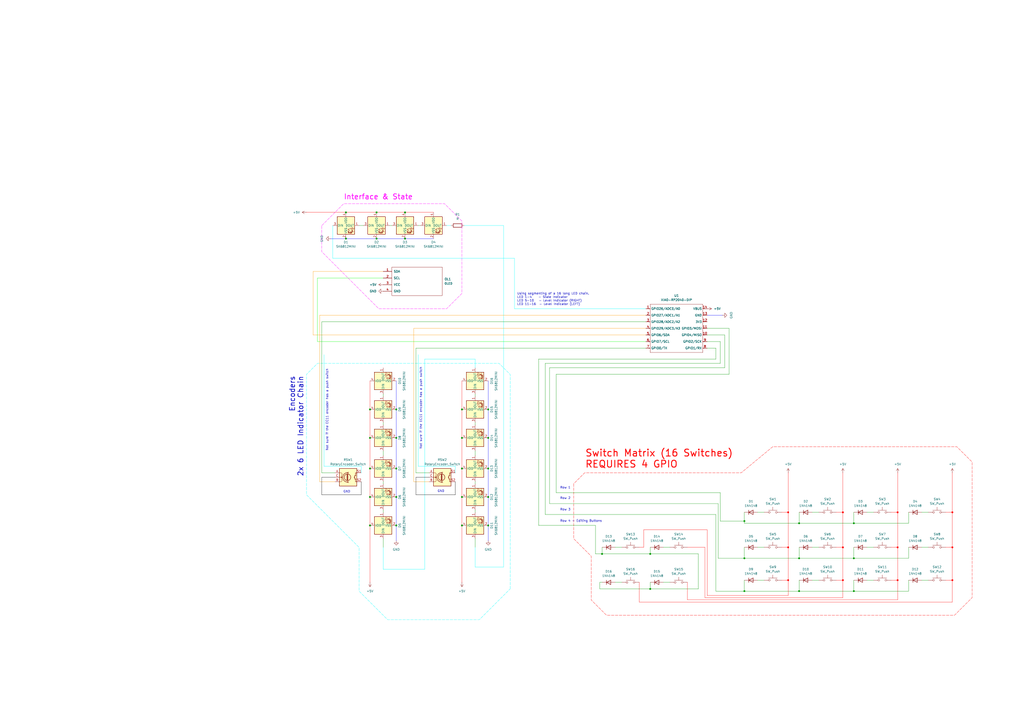
<source format=kicad_sch>
(kicad_sch (version 20250114) (generator "eeschema") (generator_version "9.0")
  (paper "A2")
  (title_block (title "HACKPAD - BRICK") (date "2025-12-01") (company "I.R.I.S - R&D") (comment 1 "Created by Niko Angelo"))
  (lib_symbols
    (symbol "Device:R" (pin_numbers (hide yes)) (pin_names (offset 0))
      (property "Reference" "R" (at 2.032 0 90))
      (property "Value" "R" (at 0 0 90))
      (symbol "R_1_1"
        (pin passive line (at 0 3.81 270) (length 1.27) (name "~") (number "1"))
        (pin passive line (at 0 -3.81 90) (length 1.27) (name "~") (number "2"))
      )
    )
    (symbol "Device:RotaryEncoder_Switch" (pin_names (offset 0.254) (hide yes))
      (property "Reference" "SW" (at 0 6.604 0))
      (property "Value" "RotaryEncoder_Switch" (at 0 -6.604 0))
      (symbol "RotaryEncoder_Switch_1_1"
        (pin passive line (at -7.62 2.54 0) (length 2.54) (name "A") (number "A"))
        (pin passive line (at -7.62 0 0) (length 2.54) (name "C") (number "C"))
        (pin passive line (at -7.62 -2.54 0) (length 2.54) (name "B") (number "B"))
        (pin passive line (at 7.62 2.54 180) (length 2.54) (name "S1") (number "S1"))
        (pin passive line (at 7.62 -2.54 180) (length 2.54) (name "S2") (number "S2"))
      )
    )
    (symbol "Diode:1N4148" (pin_numbers (hide yes)) (pin_names (hide yes))
      (property "Reference" "D" (at 0 2.54 0))
      (property "Value" "1N4148" (at 0 -2.54 0))
      (symbol "1N4148_1_1"
        (pin passive line (at -3.81 0 0) (length 2.54) (name "K") (number "1"))
        (pin passive line (at 3.81 0 180) (length 2.54) (name "A") (number "2"))
      )
    )
    (symbol "LED:SK6812MINI" (pin_names (offset 0.254))
      (property "Reference" "D" (at 5.08 5.715 0))
      (property "Value" "SK6812MINI" (at 1.27 -5.715 0))
      (symbol "SK6812MINI_0_0"
        (text "RGB" (at 2.286 -4.191 0) (effects (font (size 0.762 0.762))))
      )
      (symbol "SK6812MINI_1_1"
        (pin input line (at -7.62 0 0) (length 2.54) (name "DIN") (number "3"))
        (pin power_in line (at 0 7.62 270) (length 2.54) (name "VDD") (number "4"))
        (pin power_in line (at 0 -7.62 90) (length 2.54) (name "VSS") (number "2"))
        (pin output line (at 7.62 0 180) (length 2.54) (name "DOUT") (number "1"))
      )
    )
    (symbol "Seeed OPL:XIAO-RP2040-DIP"
      (property "Reference" "U" (at 0 0 0))
      (property "Value" "XIAO-RP2040-DIP" (at 5.334 -1.778 0))
      (symbol "XIAO-RP2040-DIP_1_0"
        (pin passive line (at -3.81 -5.08 0) (length 2.54) (name "GPIO26/ADC0/A0") (number "1"))
        (pin passive line (at -3.81 -8.89 0) (length 2.54) (name "GPIO27/ADC1/A1") (number "2"))
        (pin passive line (at -3.81 -12.7 0) (length 2.54) (name "GPIO28/ADC2/A2") (number "3"))
        (pin passive line (at -3.81 -16.51 0) (length 2.54) (name "GPIO29/ADC3/A3") (number "4"))
        (pin passive line (at -3.81 -20.32 0) (length 2.54) (name "GPIO6/SDA") (number "5"))
        (pin passive line (at -3.81 -24.13 0) (length 2.54) (name "GPIO7/SCL") (number "6"))
        (pin passive line (at -3.81 -27.94 0) (length 2.54) (name "GPIO0/TX") (number "7"))
        (pin passive line (at 31.75 -5.08 180) (length 2.54) (name "VBUS") (number "14"))
        (pin passive line (at 31.75 -8.89 180) (length 2.54) (name "GND") (number "13"))
        (pin passive line (at 31.75 -12.7 180) (length 2.54) (name "3V3") (number "12"))
        (pin passive line (at 31.75 -16.51 180) (length 2.54) (name "GPIO3/MOSI") (number "11"))
        (pin passive line (at 31.75 -20.32 180) (length 2.54) (name "GPIO4/MISO") (number "10"))
        (pin passive line (at 31.75 -24.13 180) (length 2.54) (name "GPIO2/SCK") (number "9"))
        (pin passive line (at 31.75 -27.94 180) (length 2.54) (name "GPIO1/RX") (number "8"))
      )
    )
    (symbol "Switch:SW_Push" (pin_numbers (hide yes)) (pin_names (offset 1.016) (hide yes))
      (property "Reference" "SW" (at 1.27 2.54 0))
      (property "Value" "SW_Push" (at 0 -1.524 0))
      (symbol "SW_Push_0_1"
        (pin passive line (at -5.08 0 0) (length 2.54) (name "1") (number "1"))
        (pin passive line (at 5.08 0 180) (length 2.54) (name "2") (number "2"))
      )
    )
    (symbol "kbd:OLED" (pin_names (offset 1.016))
      (property "Reference" "OL" (at 0 2.54 0))
      (property "Value" "OLED" (at 0 -1.27 0))
      (symbol "OLED_1_1"
        (pin bidirectional line (at -19.05 6.35 0) (length 5.08) (name "SDA") (number "1"))
        (pin bidirectional line (at -19.05 2.54 0) (length 5.08) (name "SCL") (number "2"))
        (pin power_in line (at -19.05 -1.27 0) (length 5.08) (name "VCC") (number "3"))
        (pin power_in line (at -19.05 -5.08 0) (length 5.08) (name "GND") (number "4"))
      )
    )
    (symbol "power:+5V" (power) (pin_numbers (hide yes)) (pin_names (offset 0) (hide yes))
      (property "Value" "+5V" (at 0 3.556 0))
      (symbol "+5V_1_1"
        (pin power_in line (at 0 0 90) (length 0) (name "~") (number "1"))
      )
    )
    (symbol "power:GND" (power) (pin_numbers (hide yes)) (pin_names (offset 0) (hide yes))
      (property "Value" "GND" (at 0 -3.81 0))
      (symbol "GND_1_1"
        (pin power_in line (at 0 0 270) (length 0) (name "~") (number "1"))
      )
    )
  )
  (text "Row 1" (at 324.866 282.956 0) (effects (font (size 1.27 1.27)) (justify left)))
  (text "GND" (at 201.168 285.242 0) (effects (font (size 1.27 1.27))))
  (text "Row 3" (at 324.866 295.656 0) (effects (font (size 1.27 1.27)) (justify left)))
  (text "Row 2" (at 324.866 289.052 0) (effects (font (size 1.27 1.27)) (justify left)))
  (text "Not sure if the EC11 encoder has a push switch" (at 189.738 237.744 90) (effects (font (size 1.27 1.27))))
  (text "Row 4 - Editing Buttons" (at 324.866 302.26 0) (effects (font (size 1.27 1.27)) (justify left)))
  (text "Encoders\n2x 6 LED Indicator Chain" (at 171.958 218.186 90) (effects (font (size 3 3) (thickness 0.375)) (justify right)))
  (text "Using segmenting of a 16 long LED chain.\nLED 1-4    - State Indicator\nLED 5-10   - Level Indicator (RIGHT)\nLED 11-16  - Level Indicator (LEFT)" (at 299.974 173.482 0) (effects (font (size 1.27 1.27)) (justify left)))
  (text "GND" (at 255.778 284.988 0) (effects (font (size 1.27 1.27))))
  (text "Switch Matrix (16 Switches)\nREQUIRES 4 GPIO" (at 339.344 266.192 0) (effects (font (size 4 4) (thickness 0.5)) (justify left)))
  (text "Not sure if the EC11 encoder has a push switch" (at 244.094 236.728 90) (effects (font (size 1.27 1.27))))
  (text "Interface & State" (at 219.456 114.3 0) (effects (font (size 3 3) (thickness 0.375))))
  (junction (at 229.87 288.29))
  (junction (at 267.97 271.78))
  (junction (at 283.21 304.8))
  (junction (at 495.3 303.53))
  (junction (at 283.21 237.49))
  (junction (at 457.2 317.5) (color 255 0 0 1))
  (junction (at 488.95 317.5) (color 255 0 0 1))
  (junction (at 218.44 138.43))
  (junction (at 214.63 254))
  (junction (at 200.66 138.43))
  (junction (at 214.63 237.49))
  (junction (at 431.8 302.26))
  (junction (at 214.63 304.8))
  (junction (at 267.97 254))
  (junction (at 229.87 237.49))
  (junction (at 488.95 336.55) (color 255 0 0 1))
  (junction (at 495.3 342.9))
  (junction (at 377.19 321.31))
  (junction (at 214.63 288.29))
  (junction (at 520.7 317.5) (color 255 0 0 1))
  (junction (at 229.87 304.8))
  (junction (at 229.87 271.78))
  (junction (at 214.63 271.78))
  (junction (at 349.25 321.31))
  (junction (at 457.2 336.55) (color 255 0 0 1))
  (junction (at 200.66 123.19))
  (junction (at 267.97 304.8))
  (junction (at 283.21 288.29))
  (junction (at 463.55 303.53))
  (junction (at 283.21 271.78))
  (junction (at 283.21 254))
  (junction (at 234.95 138.43))
  (junction (at 431.8 342.9))
  (junction (at 520.7 297.18) (color 255 0 0 1))
  (junction (at 377.19 341.63))
  (junction (at 463.55 323.85))
  (junction (at 234.95 123.19))
  (junction (at 552.45 297.18) (color 255 0 0 1))
  (junction (at 267.97 288.29))
  (junction (at 495.3 323.85))
  (junction (at 552.45 317.5) (color 255 0 0 1))
  (junction (at 488.95 297.18) (color 255 0 0 1))
  (junction (at 267.97 237.49))
  (junction (at 463.55 342.9))
  (junction (at 552.45 336.55) (color 255 0 0 1))
  (junction (at 218.44 123.19))
  (junction (at 520.7 336.55) (color 255 0 0 1))
  (junction (at 431.8 323.85))
  (junction (at 229.87 254))
  (junction (at 457.2 297.18) (color 255 0 0 1))
  (wire (pts (xy 292.1 130.81) (xy 292.1 328.93)) (stroke (width 0) (color 0 255 255 1)))
  (wire (pts (xy 457.2 345.44) (xy 457.2 336.55)) (stroke (width 0) (color 255 0 0 1)))
  (wire (pts (xy 548.64 297.18) (xy 552.45 297.18)) (stroke (width 0) (color 255 0 0 1)))
  (wire (pts (xy 373.38 307.34) (xy 410.21 307.34)) (stroke (width 0) (color 255 0 0 1)))
  (wire (pts (xy 218.44 138.43) (xy 234.95 138.43)) (stroke (width 0) (color 0 0 255 1)))
  (wire (pts (xy 209.55 279.4) (xy 209.55 287.02)) (stroke (width 0) (color 0 0 0 1)))
  (wire (pts (xy 431.8 342.9) (xy 415.29 342.9)))
  (wire (pts (xy 410.21 307.34) (xy 410.21 345.44)) (stroke (width 0) (color 255 0 0 1)))
  (wire (pts (xy 345.44 321.31) (xy 349.25 321.31)))
  (wire (pts (xy 275.59 317.5) (xy 275.59 312.42)))
  (wire (pts (xy 439.42 297.18) (xy 443.23 297.18)))
  (wire (pts (xy 457.2 274.32) (xy 457.2 297.18)) (stroke (width 0) (color 255 0 0 1)))
  (wire (pts (xy 502.92 317.5) (xy 506.73 317.5)))
  (wire (pts (xy 457.2 317.5) (xy 457.2 336.55)) (stroke (width 0) (color 255 0 0 1)))
  (wire (pts (xy 347.98 341.63) (xy 377.19 341.63)))
  (wire (pts (xy 552.45 317.5) (xy 552.45 336.55)) (stroke (width 0) (color 255 0 0 1)))
  (wire (pts (xy 316.23 210.82) (xy 417.83 210.82)))
  (wire (pts (xy 345.44 321.31) (xy 345.44 304.8)))
  (wire (pts (xy 471.17 317.5) (xy 474.98 317.5)))
  (wire (pts (xy 356.87 337.82) (xy 360.68 337.82)))
  (wire (pts (xy 229.87 271.78) (xy 229.87 254)) (stroke (width 0) (color 0 0 255 1)))
  (wire (pts (xy 240.03 190.5) (xy 240.03 279.4)) (stroke (width 0) (color 255 153 0 1)))
  (wire (pts (xy 200.66 123.19) (xy 218.44 123.19)) (stroke (width 0) (color 255 0 0 1)))
  (wire (pts (xy 298.45 149.86) (xy 298.45 179.07)) (stroke (width 0) (color 0 255 255 1)))
  (wire (pts (xy 516.89 336.55) (xy 520.7 336.55)) (stroke (width 0) (color 255 0 0 1)))
  (wire (pts (xy 398.78 317.5) (xy 408.94 317.5)) (stroke (width 0) (color 255 0 0 1)))
  (wire (pts (xy 218.44 123.19) (xy 234.95 123.19)) (stroke (width 0) (color 255 0 0 1)))
  (wire (pts (xy 177.8 123.19) (xy 200.66 123.19)) (stroke (width 0) (color 255 0 0 1)))
  (wire (pts (xy 405.13 341.63) (xy 377.19 341.63)))
  (wire (pts (xy 264.16 287.02) (xy 241.3 287.02)) (stroke (width 0) (color 0 0 0 1)))
  (wire (pts (xy 186.69 287.02) (xy 186.69 276.86)) (stroke (width 0) (color 0 0 0 1)))
  (wire (pts (xy 318.77 292.1) (xy 318.77 213.36)))
  (wire (pts (xy 520.7 347.98) (xy 520.7 336.55)) (stroke (width 0) (color 255 0 0 1)))
  (wire (pts (xy 495.3 317.5) (xy 495.3 323.85)))
  (wire (pts (xy 527.05 336.55) (xy 527.05 342.9)))
  (wire (pts (xy 234.95 123.19) (xy 234.95 123.777)))
  (wire (pts (xy 214.63 288.29) (xy 214.63 271.78)) (stroke (width 0) (color 255 0 0 1)))
  (wire (pts (xy 485.14 336.55) (xy 488.95 336.55)) (stroke (width 0) (color 255 0 0 1)))
  (wire (pts (xy 408.94 346.71) (xy 488.95 346.71)) (stroke (width 0) (color 255 0 0 1)))
  (wire (pts (xy 222.25 317.5) (xy 222.25 330.2)) (stroke (width 0) (color 0 255 255 1)))
  (wire (pts (xy 222.25 157.48) (xy 181.61 157.48)) (stroke (width 0) (color 255 153 0 1)))
  (wire (pts (xy 534.67 297.18) (xy 538.48 297.18)))
  (wire (pts (xy 209.55 274.32) (xy 209.55 270.51)) (stroke (width 0) (color 0 255 255 1)))
  (wire (pts (xy 552.45 274.32) (xy 552.45 297.18)) (stroke (width 0) (color 255 0 0 1)))
  (wire (pts (xy 186.69 186.69) (xy 374.65 186.69)))
  (wire (pts (xy 222.25 246.38) (xy 222.25 245.11)))
  (wire (pts (xy 283.21 271.78) (xy 283.21 254)) (stroke (width 0) (color 0 0 255 1)))
  (wire (pts (xy 275.59 208.28) (xy 246.38 208.28)) (stroke (width 0) (color 0 255 255 1)))
  (wire (pts (xy 185.42 182.88) (xy 374.65 182.88)) (stroke (width 0) (color 255 153 0 1)))
  (wire (pts (xy 488.95 297.18) (xy 488.95 317.5)) (stroke (width 0) (color 255 0 0 1)))
  (wire (pts (xy 267.97 237.49) (xy 268.557 237.49)))
  (wire (pts (xy 422.91 190.5) (xy 410.21 190.5)))
  (wire (pts (xy 463.55 317.5) (xy 463.55 323.85)))
  (wire (pts (xy 384.81 337.82) (xy 388.62 337.82)))
  (wire (pts (xy 185.42 182.88) (xy 185.42 279.4)) (stroke (width 0) (color 255 153 0 1)))
  (wire (pts (xy 431.8 303.53) (xy 463.55 303.53)))
  (wire (pts (xy 405.13 321.31) (xy 405.13 341.63)))
  (wire (pts (xy 312.42 208.28) (xy 415.29 208.28)))
  (wire (pts (xy 415.29 208.28) (xy 415.29 201.93)))
  (wire (pts (xy 422.91 217.17) (xy 422.91 190.5)))
  (wire (pts (xy 431.8 323.85) (xy 463.55 323.85)))
  (wire (pts (xy 408.94 317.5) (xy 408.94 346.71)) (stroke (width 0) (color 255 0 0 1)))
  (wire (pts (xy 194.31 274.32) (xy 186.69 274.32)))
  (wire (pts (xy 275.59 213.36) (xy 275.59 208.28)) (stroke (width 0) (color 0 255 255 1)))
  (wire (pts (xy 485.14 317.5) (xy 488.95 317.5)) (stroke (width 0) (color 255 0 0 1)))
  (wire (pts (xy 318.77 292.1) (xy 416.56 292.1)))
  (wire (pts (xy 241.3 287.02) (xy 241.3 276.86)) (stroke (width 0) (color 0 0 0 1)))
  (wire (pts (xy 463.55 342.9) (xy 495.3 342.9)))
  (wire (pts (xy 463.55 336.55) (xy 463.55 342.9)))
  (wire (pts (xy 229.87 304.8) (xy 229.87 288.29)) (stroke (width 0) (color 0 0 255 1)))
  (wire (pts (xy 527.05 297.18) (xy 527.05 303.53)))
  (wire (pts (xy 229.87 237.49) (xy 229.87 220.98)) (stroke (width 0) (color 0 0 255 1)))
  (wire (pts (xy 234.95 138.43) (xy 251.46 138.43)) (stroke (width 0) (color 0 0 255 1)))
  (wire (pts (xy 209.55 270.51) (xy 187.96 270.51)) (stroke (width 0) (color 0 255 255 1)))
  (wire (pts (xy 410.21 182.88) (xy 419.1 182.88)) (stroke (width 0) (color 0 0 255 1)))
  (wire (pts (xy 431.8 317.5) (xy 431.8 323.85)))
  (wire (pts (xy 417.83 198.12) (xy 410.21 198.12)))
  (wire (pts (xy 312.42 304.8) (xy 312.42 208.28)))
  (wire (pts (xy 214.63 271.78) (xy 214.63 254)) (stroke (width 0) (color 255 0 0 1)))
  (wire (pts (xy 312.42 304.8) (xy 345.44 304.8)))
  (wire (pts (xy 186.69 276.86) (xy 194.31 276.86)) (stroke (width 0) (color 0 0 0 1)))
  (wire (pts (xy 275.59 264.16) (xy 275.59 261.62)))
  (wire (pts (xy 241.3 201.93) (xy 374.65 201.93)))
  (wire (pts (xy 214.63 254) (xy 214.63 237.49)) (stroke (width 0) (color 255 0 0 1)))
  (wire (pts (xy 347.98 337.82) (xy 349.25 337.82)))
  (wire (pts (xy 283.21 304.8) (xy 283.21 288.29)) (stroke (width 0) (color 0 0 255 1)))
  (wire (pts (xy 552.45 349.25) (xy 552.45 336.55)) (stroke (width 0) (color 255 0 0 1)))
  (wire (pts (xy 267.97 220.98) (xy 267.97 237.49)) (stroke (width 0) (color 255 0 0 1)))
  (wire (pts (xy 248.92 279.4) (xy 240.03 279.4)) (stroke (width 0) (color 255 153 0 1)))
  (wire (pts (xy 495.3 303.53) (xy 527.05 303.53)))
  (wire (pts (xy 495.3 297.18) (xy 495.3 303.53)))
  (wire (pts (xy 184.15 161.29) (xy 184.15 198.12)) (stroke (width 0) (color 0 255 0 1)))
  (wire (pts (xy 416.56 323.85) (xy 416.56 292.1)))
  (wire (pts (xy 373.38 317.5) (xy 373.38 307.34)) (stroke (width 0) (color 255 0 0 1)))
  (wire (pts (xy 495.3 336.55) (xy 495.3 342.9)))
  (wire (pts (xy 246.38 208.28) (xy 246.38 330.2)) (stroke (width 0) (color 0 255 255 1)))
  (wire (pts (xy 222.25 280.67) (xy 222.25 279.4)))
  (wire (pts (xy 488.95 317.5) (xy 488.95 336.55)) (stroke (width 0) (color 255 0 0 1)))
  (wire (pts (xy 214.63 237.49) (xy 215.217 237.49)))
  (wire (pts (xy 318.77 213.36) (xy 420.37 213.36)))
  (wire (pts (xy 214.63 304.8) (xy 214.63 288.29)) (stroke (width 0) (color 255 0 0 1)))
  (wire (pts (xy 398.78 347.98) (xy 520.7 347.98)) (stroke (width 0) (color 255 0 0 1)))
  (wire (pts (xy 370.84 337.82) (xy 370.84 349.25)) (stroke (width 0) (color 255 0 0 1)))
  (wire (pts (xy 181.61 157.48) (xy 181.61 194.31)) (stroke (width 0) (color 255 153 0 1)))
  (wire (pts (xy 453.39 317.5) (xy 457.2 317.5)) (stroke (width 0) (color 255 0 0 1)))
  (wire (pts (xy 267.97 304.8) (xy 267.97 337.82)) (stroke (width 0) (color 255 0 0 1)))
  (wire (pts (xy 457.2 297.18) (xy 457.2 317.5)) (stroke (width 0) (color 255 0 0 1)))
  (wire (pts (xy 222.25 317.5) (xy 222.25 312.42)))
  (wire (pts (xy 384.81 317.5) (xy 388.62 317.5)))
  (wire (pts (xy 431.8 336.55) (xy 431.8 342.9)))
  (wire (pts (xy 453.39 336.55) (xy 457.2 336.55)) (stroke (width 0) (color 255 0 0 1)))
  (wire (pts (xy 267.97 288.29) (xy 267.97 271.78)) (stroke (width 0) (color 255 0 0 1)))
  (wire (pts (xy 267.97 254) (xy 267.97 237.49)) (stroke (width 0) (color 255 0 0 1)))
  (wire (pts (xy 222.25 297.18) (xy 222.25 295.91)))
  (wire (pts (xy 316.23 298.45) (xy 415.29 298.45)))
  (wire (pts (xy 214.63 304.8) (xy 214.63 337.82)) (stroke (width 0) (color 255 0 0 1)))
  (wire (pts (xy 471.17 297.18) (xy 474.98 297.18)))
  (wire (pts (xy 471.17 336.55) (xy 474.98 336.55)))
  (wire (pts (xy 377.19 321.31) (xy 405.13 321.31)))
  (wire (pts (xy 322.58 217.17) (xy 422.91 217.17)))
  (wire (pts (xy 229.87 254) (xy 229.87 237.49)) (stroke (width 0) (color 0 0 255 1)))
  (wire (pts (xy 208.28 130.81) (xy 210.82 130.81)))
  (wire (pts (xy 275.59 229.87) (xy 275.59 228.6)))
  (wire (pts (xy 200.66 138.43) (xy 218.44 138.43)) (stroke (width 0) (color 0 0 255 1)))
  (wire (pts (xy 193.04 149.86) (xy 298.45 149.86)) (stroke (width 0) (color 0 255 255 1)))
  (wire (pts (xy 516.89 317.5) (xy 520.7 317.5)) (stroke (width 0) (color 255 0 0 1)))
  (wire (pts (xy 495.3 323.85) (xy 527.05 323.85)))
  (wire (pts (xy 269.24 130.81) (xy 292.1 130.81)) (stroke (width 0) (color 0 255 255 1)))
  (wire (pts (xy 184.15 198.12) (xy 374.65 198.12)) (stroke (width 0) (color 0 255 0 1)))
  (wire (pts (xy 502.92 336.55) (xy 506.73 336.55)))
  (wire (pts (xy 552.45 297.18) (xy 552.45 317.5)) (stroke (width 0) (color 255 0 0 1)))
  (wire (pts (xy 283.21 254) (xy 283.21 237.49)) (stroke (width 0) (color 0 0 255 1)))
  (wire (pts (xy 439.42 336.55) (xy 443.23 336.55)))
  (wire (pts (xy 488.95 297.18) (xy 485.14 297.18)) (stroke (width 0) (color 255 0 0 1)))
  (wire (pts (xy 548.64 317.5) (xy 552.45 317.5)) (stroke (width 0) (color 255 0 0 1)))
  (wire (pts (xy 229.87 304.8) (xy 229.87 313.69)) (stroke (width 0) (color 0 0 255 1)))
  (wire (pts (xy 488.95 346.71) (xy 488.95 336.55)) (stroke (width 0) (color 255 0 0 1)))
  (wire (pts (xy 186.69 186.69) (xy 186.69 274.32)))
  (wire (pts (xy 322.58 285.75) (xy 322.58 217.17)))
  (wire (pts (xy 193.04 130.81) (xy 193.04 149.86)) (stroke (width 0) (color 0 255 255 1)))
  (wire (pts (xy 181.61 194.31) (xy 374.65 194.31)) (stroke (width 0) (color 255 153 0 1)))
  (wire (pts (xy 495.3 342.9) (xy 527.05 342.9)))
  (wire (pts (xy 214.63 220.98) (xy 214.63 237.49)) (stroke (width 0) (color 255 0 0 1)))
  (wire (pts (xy 463.55 297.18) (xy 463.55 303.53)))
  (wire (pts (xy 463.55 303.53) (xy 495.3 303.53)))
  (wire (pts (xy 431.8 323.85) (xy 416.56 323.85)))
  (wire (pts (xy 240.03 190.5) (xy 374.65 190.5)) (stroke (width 0) (color 255 153 0 1)))
  (wire (pts (xy 548.64 336.55) (xy 552.45 336.55)) (stroke (width 0) (color 255 0 0 1)))
  (wire (pts (xy 283.21 304.8) (xy 283.21 313.69)) (stroke (width 0) (color 0 0 255 1)))
  (wire (pts (xy 417.83 210.82) (xy 417.83 198.12)))
  (wire (pts (xy 242.57 130.81) (xy 243.84 130.81)))
  (wire (pts (xy 431.8 302.26) (xy 417.83 302.26)))
  (wire (pts (xy 241.3 201.93) (xy 241.3 274.32)))
  (wire (pts (xy 241.3 276.86) (xy 248.92 276.86)) (stroke (width 0) (color 0 0 0 1)))
  (wire (pts (xy 200.66 138.43) (xy 191.77 138.43)) (stroke (width 0) (color 0 0 255 1)))
  (wire (pts (xy 502.92 297.18) (xy 506.73 297.18)))
  (wire (pts (xy 398.78 337.82) (xy 398.78 347.98)) (stroke (width 0) (color 255 0 0 1)))
  (wire (pts (xy 275.59 246.38) (xy 275.59 245.11)))
  (wire (pts (xy 534.67 317.5) (xy 538.48 317.5)))
  (wire (pts (xy 431.8 342.9) (xy 463.55 342.9)))
  (wire (pts (xy 420.37 213.36) (xy 420.37 194.31)))
  (wire (pts (xy 283.21 237.49) (xy 283.21 220.98)) (stroke (width 0) (color 0 0 255 1)))
  (wire (pts (xy 229.87 288.29) (xy 229.87 271.78)) (stroke (width 0) (color 0 0 255 1)))
  (wire (pts (xy 463.55 323.85) (xy 495.3 323.85)))
  (wire (pts (xy 420.37 194.31) (xy 410.21 194.31)))
  (wire (pts (xy 248.92 274.32) (xy 241.3 274.32)))
  (wire (pts (xy 275.59 280.67) (xy 275.59 279.4)))
  (wire (pts (xy 356.87 317.5) (xy 360.68 317.5)))
  (wire (pts (xy 275.59 297.18) (xy 275.59 295.91)))
  (wire (pts (xy 267.97 304.8) (xy 267.97 288.29)) (stroke (width 0) (color 255 0 0 1)))
  (wire (pts (xy 246.38 330.2) (xy 222.25 330.2)) (stroke (width 0) (color 0 255 255 1)))
  (wire (pts (xy 415.29 342.9) (xy 415.29 298.45)))
  (wire (pts (xy 377.19 341.63) (xy 377.19 337.82)))
  (wire (pts (xy 534.67 336.55) (xy 538.48 336.55)))
  (wire (pts (xy 370.84 317.5) (xy 373.38 317.5)) (stroke (width 0) (color 255 0 0 1)))
  (wire (pts (xy 349.25 317.5) (xy 349.25 321.31)))
  (wire (pts (xy 453.39 297.18) (xy 457.2 297.18)) (stroke (width 0) (color 255 0 0 1)))
  (wire (pts (xy 267.97 271.78) (xy 267.97 254)) (stroke (width 0) (color 255 0 0 1)))
  (wire (pts (xy 347.98 337.82) (xy 347.98 341.63)))
  (wire (pts (xy 431.8 297.18) (xy 431.8 302.26)))
  (wire (pts (xy 275.59 317.5) (xy 275.59 328.93)) (stroke (width 0) (color 0 255 255 1)))
  (wire (pts (xy 415.29 201.93) (xy 410.21 201.93)))
  (wire (pts (xy 322.58 285.75) (xy 417.83 285.75)))
  (wire (pts (xy 209.55 287.02) (xy 186.69 287.02)) (stroke (width 0) (color 0 0 0 1)))
  (wire (pts (xy 527.05 317.5) (xy 527.05 323.85)))
  (wire (pts (xy 242.57 205.74) (xy 242.57 270.51)) (stroke (width 0) (color 0 255 255 1)))
  (wire (pts (xy 222.25 229.87) (xy 222.25 228.6)))
  (wire (pts (xy 488.95 274.32) (xy 488.95 297.18)) (stroke (width 0) (color 255 0 0 1)))
  (wire (pts (xy 298.45 179.07) (xy 374.65 179.07)) (stroke (width 0) (color 0 255 255 1)))
  (wire (pts (xy 264.16 274.32) (xy 264.16 270.51)) (stroke (width 0) (color 0 255 255 1)))
  (wire (pts (xy 187.96 205.74) (xy 187.96 270.51)) (stroke (width 0) (color 0 255 255 1)))
  (wire (pts (xy 377.19 317.5) (xy 377.19 321.31)))
  (wire (pts (xy 251.46 123.19) (xy 234.95 123.19)) (stroke (width 0) (color 255 0 0 1)))
  (wire (pts (xy 370.84 349.25) (xy 552.45 349.25)) (stroke (width 0) (color 255 0 0 1)))
  (wire (pts (xy 439.42 317.5) (xy 443.23 317.5)))
  (wire (pts (xy 222.25 161.29) (xy 184.15 161.29)) (stroke (width 0) (color 0 255 0 1)))
  (wire (pts (xy 222.25 264.16) (xy 222.25 261.62)))
  (wire (pts (xy 194.31 279.4) (xy 185.42 279.4)) (stroke (width 0) (color 255 153 0 1)))
  (wire (pts (xy 226.06 130.81) (xy 227.33 130.81)))
  (wire (pts (xy 520.7 317.5) (xy 520.7 336.55)) (stroke (width 0) (color 255 0 0 1)))
  (wire (pts (xy 520.7 297.18) (xy 520.7 317.5)) (stroke (width 0) (color 255 0 0 1)))
  (wire (pts (xy 316.23 298.45) (xy 316.23 210.82)))
  (wire (pts (xy 431.8 302.26) (xy 431.8 303.53)))
  (wire (pts (xy 264.16 279.4) (xy 264.16 287.02)) (stroke (width 0) (color 0 0 0 1)))
  (wire (pts (xy 410.21 345.44) (xy 457.2 345.44)) (stroke (width 0) (color 255 0 0 1)))
  (wire (pts (xy 259.08 130.81) (xy 261.62 130.81)) (stroke (width 0) (color 0 255 255 1)))
  (wire (pts (xy 516.89 297.18) (xy 520.7 297.18)) (stroke (width 0) (color 255 0 0 1)))
  (wire (pts (xy 417.83 302.26) (xy 417.83 285.75)))
  (wire (pts (xy 349.25 321.31) (xy 377.19 321.31)))
  (wire (pts (xy 292.1 328.93) (xy 275.59 328.93)) (stroke (width 0) (color 0 255 255 1)))
  (wire (pts (xy 283.21 288.29) (xy 283.21 271.78)) (stroke (width 0) (color 0 0 255 1)))
  (wire (pts (xy 520.7 274.32) (xy 520.7 297.18)) (stroke (width 0) (color 255 0 0 1)))
  (wire (pts (xy 264.16 270.51) (xy 242.57 270.51)) (stroke (width 0) (color 0 255 255 1)))
  (rule_area (polyline (pts (xy 332.74 280.67) (xy 332.74 312.42) (xy 342.9 322.58) (xy 342.9 347.98) (xy 351.79 356.87) (xy 553.72 356.87) (xy 563.88 346.71) (xy 563.88 267.97) (xy 554.99 259.08) (xy 448.31 259.08) (xy 429.895 274.32) (xy 344.805 274.32) (xy 340.36 274.32) (xy 339.09 274.32)) (stroke (width 0) (type dash))))
  (rule_area (polyline (pts (xy 186.69 130.81) (xy 199.39 118.11) (xy 257.81 118.11) (xy 267.97 128.27) (xy 267.97 170.18) (xy 259.08 179.07) (xy 219.71 179.07) (xy 186.69 146.05) (xy 186.69 146.05)) (stroke (width 0) (type dash) (color 255 0 255 1))))
  (rule_area (polyline (pts (xy 295.91 341.63) (xy 295.91 217.17) (xy 289.56 210.82) (xy 184.15 210.82) (xy 177.8 217.17) (xy 177.8 287.02) (xy 208.28 317.5) (xy 208.28 342.9) (xy 224.79 359.41) (xy 278.13 359.41)) (stroke (width 0) (type dash) (color 0 255 255 1))))
  (symbol (lib_id "LED:SK6812MINI") (at 275.59 220.98 90) (unit 1)
    (property "Reference" "D16" (at 285.242 220.98 0))
    (property "Value" "SK6812MINI" (at 287.782 220.98 0))
    (property "Footprint" "LED_SMD:LED_SK6812MINI_PLCC4_3.5x3.5mm_P1.75mm" (effects (hide yes)))
    (property "Datasheet" "https://cdn-shop.adafruit.com/product-files/2686/SK6812MINI_REV.01-1-2.pdf" (effects (hide yes)))
    (property "Description" "RGB LED with integrated controller" (effects (hide yes)))
  )
  (symbol (lib_id "Switch:SW_Push") (at 448.31 297.18 0) (unit 1)
    (property "Reference" "SW1" (at 448.31 289.56 0))
    (property "Value" "SW_Push" (at 448.31 292.1 0))
    (property "Footprint" "Button_Switch_Keyboard:SW_Cherry_MX_1.00u_PCB" (effects (hide yes)))
    (property "Description" "Push button switch, generic, two pins" (effects (hide yes)))
  )
  (symbol (lib_id "LED:SK6812MINI") (at 222.25 237.49 90) (unit 1)
    (property "Reference" "D9" (at 231.902 237.49 0))
    (property "Value" "SK6812MINI" (at 234.442 237.49 0))
    (property "Footprint" "LED_SMD:LED_SK6812MINI_PLCC4_3.5x3.5mm_P1.75mm" (effects (hide yes)))
    (property "Datasheet" "https://cdn-shop.adafruit.com/product-files/2686/SK6812MINI_REV.01-1-2.pdf" (effects (hide yes)))
    (property "Description" "RGB LED with integrated controller" (effects (hide yes)))
  )
  (symbol (lib_id "LED:SK6812MINI") (at 222.25 254 90) (unit 1)
    (property "Reference" "D8" (at 231.902 254 0))
    (property "Value" "SK6812MINI" (at 234.442 254 0))
    (property "Footprint" "LED_SMD:LED_SK6812MINI_PLCC4_3.5x3.5mm_P1.75mm" (effects (hide yes)))
    (property "Datasheet" "https://cdn-shop.adafruit.com/product-files/2686/SK6812MINI_REV.01-1-2.pdf" (effects (hide yes)))
    (property "Description" "RGB LED with integrated controller" (effects (hide yes)))
  )
  (symbol (lib_id "power:GND") (at 419.1 182.88 90) (unit 1)
    (property "Reference" "#PWR011" (effects (hide yes)))
    (property "Value" "GND" (at 424.18 182.88 0))
    (property "Description" "Power symbol creates a global label with name \"GND\" , ground" (effects (hide yes)))
  )
  (symbol (lib_id "power:+5V") (at 520.7 274.32 0) (unit 1)
    (property "Reference" "#PWR07" (effects (hide yes)))
    (property "Value" "+5V" (at 520.7 269.24 0))
    (property "Description" "Power symbol creates a global label with name \"+5V\"" (effects (hide yes)))
  )
  (symbol (lib_id "LED:SK6812MINI") (at 251.46 130.81 0) (unit 1)
    (property "Reference" "D4" (at 251.46 140.462 0))
    (property "Value" "SK6812MINI" (at 251.46 143.002 0))
    (property "Footprint" "LED_SMD:LED_SK6812MINI_PLCC4_3.5x3.5mm_P1.75mm" (effects (hide yes)))
    (property "Datasheet" "https://cdn-shop.adafruit.com/product-files/2686/SK6812MINI_REV.01-1-2.pdf" (effects (hide yes)))
    (property "Description" "RGB LED with integrated controller" (effects (hide yes)))
  )
  (symbol (lib_id "power:+5V") (at 177.8 123.19 90) (unit 1)
    (property "Reference" "#PWR09" (effects (hide yes)))
    (property "Value" "+5V" (at 173.99 123.1899 90) (effects (justify left)))
    (property "Description" "Power symbol creates a global label with name \"+5V\"" (effects (hide yes)))
  )
  (symbol (lib_id "Switch:SW_Push") (at 543.56 336.55 0) (unit 1)
    (property "Reference" "SW12" (at 543.56 328.93 0))
    (property "Value" "SW_Push" (at 543.56 331.47 0))
    (property "Footprint" "Button_Switch_Keyboard:SW_Cherry_MX_1.00u_PCB" (effects (hide yes)))
    (property "Description" "Push button switch, generic, two pins" (effects (hide yes)))
  )
  (symbol (lib_id "Diode:1N4148") (at 530.86 336.55 0) (unit 1)
    (property "Reference" "D12" (at 530.86 330.2 0))
    (property "Value" "1N4148" (at 530.86 332.74 0))
    (property "Footprint" "Diode_THT:D_DO-35_SOD27_P7.62mm_Horizontal" (effects (hide yes)))
    (property "Datasheet" "https://assets.nexperia.com/documents/data-sheet/1N4148_1N4448.pdf" (effects (hide yes)))
    (property "Description" "100V 0.15A standard switching diode, DO-35" (effects (hide yes)))
    (property "Sim.Device" "D" (effects (hide yes)))
    (property "Sim.Pins" "1=K 2=A" (effects (hide yes)))
  )
  (symbol (lib_id "kbd:OLED") (at 241.3 163.83 0) (unit 1)
    (property "Reference" "OL1" (at 257.81 161.925 0) (effects (font (size 1.2954 1.2954)) (justify left)))
    (property "Value" "OLED" (at 257.81 164.465 0) (effects (font (size 1.1938 1.1938)) (justify left)))
    (property "Footprint" "KiCad-SSD1306-0.91-OLED-4pin-128x32:SSD1306-0.91-OLED-4pin-128x32" (effects (hide yes)))
  )
  (symbol (lib_id "Diode:1N4148") (at 435.61 297.18 0) (unit 1)
    (property "Reference" "D1" (at 435.61 290.83 0))
    (property "Value" "1N4148" (at 435.61 293.37 0))
    (property "Footprint" "Diode_THT:D_DO-35_SOD27_P7.62mm_Horizontal" (effects (hide yes)))
    (property "Datasheet" "https://assets.nexperia.com/documents/data-sheet/1N4148_1N4448.pdf" (effects (hide yes)))
    (property "Description" "100V 0.15A standard switching diode, DO-35" (effects (hide yes)))
    (property "Sim.Device" "D" (effects (hide yes)))
    (property "Sim.Pins" "1=K 2=A" (effects (hide yes)))
  )
  (symbol (lib_id "LED:SK6812MINI") (at 222.25 220.98 90) (unit 1)
    (property "Reference" "D10" (at 231.902 220.98 0))
    (property "Value" "SK6812MINI" (at 234.442 220.98 0))
    (property "Footprint" "LED_SMD:LED_SK6812MINI_PLCC4_3.5x3.5mm_P1.75mm" (effects (hide yes)))
    (property "Datasheet" "https://cdn-shop.adafruit.com/product-files/2686/SK6812MINI_REV.01-1-2.pdf" (effects (hide yes)))
    (property "Description" "RGB LED with integrated controller" (effects (hide yes)))
  )
  (symbol (lib_id "Switch:SW_Push") (at 543.56 317.5 0) (unit 1)
    (property "Reference" "SW8" (at 543.56 309.88 0))
    (property "Value" "SW_Push" (at 543.56 312.42 0))
    (property "Footprint" "Button_Switch_Keyboard:SW_Cherry_MX_1.00u_PCB" (effects (hide yes)))
    (property "Description" "Push button switch, generic, two pins" (effects (hide yes)))
  )
  (symbol (lib_id "Diode:1N4148") (at 353.06 337.82 0) (unit 1)
    (property "Reference" "D16" (at 353.06 331.47 0))
    (property "Value" "1N4148" (at 353.06 334.01 0))
    (property "Footprint" "Diode_THT:D_DO-35_SOD27_P7.62mm_Horizontal" (effects (hide yes)))
    (property "Datasheet" "https://assets.nexperia.com/documents/data-sheet/1N4148_1N4448.pdf" (effects (hide yes)))
    (property "Description" "100V 0.15A standard switching diode, DO-35" (effects (hide yes)))
    (property "Sim.Device" "D" (effects (hide yes)))
    (property "Sim.Pins" "1=K 2=A" (effects (hide yes)))
  )
  (symbol (lib_id "Switch:SW_Push") (at 543.56 297.18 0) (unit 1)
    (property "Reference" "SW4" (at 543.56 289.56 0))
    (property "Value" "SW_Push" (at 543.56 292.1 0))
    (property "Footprint" "Button_Switch_Keyboard:SW_Cherry_MX_1.00u_PCB" (effects (hide yes)))
    (property "Description" "Push button switch, generic, two pins" (effects (hide yes)))
  )
  (symbol (lib_id "power:+5V") (at 267.97 337.82 180) (unit 1)
    (property "Reference" "#PWR04" (effects (hide yes)))
    (property "Value" "+5V" (at 267.97 342.9 0))
    (property "Description" "Power symbol creates a global label with name \"+5V\"" (effects (hide yes)))
  )
  (symbol (lib_id "Switch:SW_Push") (at 448.31 317.5 0) (unit 1)
    (property "Reference" "SW5" (at 448.31 309.88 0))
    (property "Value" "SW_Push" (at 448.31 312.42 0))
    (property "Footprint" "Button_Switch_Keyboard:SW_Cherry_MX_1.00u_PCB" (effects (hide yes)))
    (property "Description" "Push button switch, generic, two pins" (effects (hide yes)))
  )
  (symbol (lib_id "Device:R") (at 265.43 130.81 90) (unit 1)
    (property "Reference" "R1" (at 265.43 124.46 90))
    (property "Value" "R" (at 265.43 127 90))
    (property "Footprint" "Resistor_SMD:R_0201_0603Metric" (effects (hide yes)))
    (property "Description" "Resistor" (effects (hide yes)))
  )
  (symbol (lib_id "LED:SK6812MINI") (at 222.25 304.8 90) (unit 1)
    (property "Reference" "D5" (at 231.902 304.8 0))
    (property "Value" "SK6812MINI" (at 234.442 304.8 0))
    (property "Footprint" "LED_SMD:LED_SK6812MINI_PLCC4_3.5x3.5mm_P1.75mm" (effects (hide yes)))
    (property "Datasheet" "https://cdn-shop.adafruit.com/product-files/2686/SK6812MINI_REV.01-1-2.pdf" (effects (hide yes)))
    (property "Description" "RGB LED with integrated controller" (effects (hide yes)))
  )
  (symbol (lib_id "LED:SK6812MINI") (at 275.59 288.29 90) (unit 1)
    (property "Reference" "D12" (at 285.242 288.29 0))
    (property "Value" "SK6812MINI" (at 287.782 288.29 0))
    (property "Footprint" "LED_SMD:LED_SK6812MINI_PLCC4_3.5x3.5mm_P1.75mm" (effects (hide yes)))
    (property "Datasheet" "https://cdn-shop.adafruit.com/product-files/2686/SK6812MINI_REV.01-1-2.pdf" (effects (hide yes)))
    (property "Description" "RGB LED with integrated controller" (effects (hide yes)))
  )
  (symbol (lib_id "Diode:1N4148") (at 499.11 317.5 0) (unit 1)
    (property "Reference" "D7" (at 499.11 311.15 0))
    (property "Value" "1N4148" (at 499.11 313.69 0))
    (property "Footprint" "Diode_THT:D_DO-35_SOD27_P7.62mm_Horizontal" (effects (hide yes)))
    (property "Datasheet" "https://assets.nexperia.com/documents/data-sheet/1N4148_1N4448.pdf" (effects (hide yes)))
    (property "Description" "100V 0.15A standard switching diode, DO-35" (effects (hide yes)))
    (property "Sim.Device" "D" (effects (hide yes)))
    (property "Sim.Pins" "1=K 2=A" (effects (hide yes)))
  )
  (symbol (lib_id "Switch:SW_Push") (at 365.76 317.5 0) (unit 1)
    (property "Reference" "SW13" (at 365.76 309.88 0))
    (property "Value" "SW_Push" (at 365.76 312.42 0))
    (property "Footprint" "Button_Switch_Keyboard:SW_Cherry_MX_1.00u_PCB" (effects (hide yes)))
    (property "Description" "Push button switch, generic, two pins" (effects (hide yes)))
  )
  (symbol (lib_id "Switch:SW_Push") (at 480.06 317.5 0) (unit 1)
    (property "Reference" "SW6" (at 480.06 309.88 0))
    (property "Value" "SW_Push" (at 480.06 312.42 0))
    (property "Footprint" "Button_Switch_Keyboard:SW_Cherry_MX_1.00u_PCB" (effects (hide yes)))
    (property "Description" "Push button switch, generic, two pins" (effects (hide yes)))
  )
  (symbol (lib_id "Diode:1N4148") (at 381 337.82 0) (unit 1)
    (property "Reference" "D15" (at 381 331.47 0))
    (property "Value" "1N4148" (at 381 334.01 0))
    (property "Footprint" "Diode_THT:D_DO-35_SOD27_P7.62mm_Horizontal" (effects (hide yes)))
    (property "Datasheet" "https://assets.nexperia.com/documents/data-sheet/1N4148_1N4448.pdf" (effects (hide yes)))
    (property "Description" "100V 0.15A standard switching diode, DO-35" (effects (hide yes)))
    (property "Sim.Device" "D" (effects (hide yes)))
    (property "Sim.Pins" "1=K 2=A" (effects (hide yes)))
  )
  (symbol (lib_id "power:+5V") (at 214.63 337.82 180) (unit 1)
    (property "Reference" "#PWR03" (effects (hide yes)))
    (property "Value" "+5V" (at 214.63 342.9 0))
    (property "Description" "Power symbol creates a global label with name \"+5V\"" (effects (hide yes)))
  )
  (symbol (lib_id "Diode:1N4148") (at 467.36 317.5 0) (unit 1)
    (property "Reference" "D6" (at 467.36 311.15 0))
    (property "Value" "1N4148" (at 467.36 313.69 0))
    (property "Footprint" "Diode_THT:D_DO-35_SOD27_P7.62mm_Horizontal" (effects (hide yes)))
    (property "Datasheet" "https://assets.nexperia.com/documents/data-sheet/1N4148_1N4448.pdf" (effects (hide yes)))
    (property "Description" "100V 0.15A standard switching diode, DO-35" (effects (hide yes)))
    (property "Sim.Device" "D" (effects (hide yes)))
    (property "Sim.Pins" "1=K 2=A" (effects (hide yes)))
  )
  (symbol (lib_id "Switch:SW_Push") (at 511.81 297.18 0) (unit 1)
    (property "Reference" "SW3" (at 511.81 289.56 0))
    (property "Value" "SW_Push" (at 511.81 292.1 0))
    (property "Footprint" "Button_Switch_Keyboard:SW_Cherry_MX_1.00u_PCB" (effects (hide yes)))
    (property "Description" "Push button switch, generic, two pins" (effects (hide yes)))
  )
  (symbol (lib_id "Diode:1N4148") (at 467.36 336.55 0) (unit 1)
    (property "Reference" "D10" (at 467.36 330.2 0))
    (property "Value" "1N4148" (at 467.36 332.74 0))
    (property "Footprint" "Diode_THT:D_DO-35_SOD27_P7.62mm_Horizontal" (effects (hide yes)))
    (property "Datasheet" "https://assets.nexperia.com/documents/data-sheet/1N4148_1N4448.pdf" (effects (hide yes)))
    (property "Description" "100V 0.15A standard switching diode, DO-35" (effects (hide yes)))
    (property "Sim.Device" "D" (effects (hide yes)))
    (property "Sim.Pins" "1=K 2=A" (effects (hide yes)))
  )
  (symbol (lib_id "Switch:SW_Push") (at 448.31 336.55 0) (unit 1)
    (property "Reference" "SW9" (at 448.31 328.93 0))
    (property "Value" "SW_Push" (at 448.31 331.47 0))
    (property "Footprint" "Button_Switch_Keyboard:SW_Cherry_MX_1.00u_PCB" (effects (hide yes)))
    (property "Description" "Push button switch, generic, two pins" (effects (hide yes)))
  )
  (symbol (lib_id "LED:SK6812MINI") (at 218.44 130.81 0) (unit 1)
    (property "Reference" "D2" (at 218.44 140.462 0))
    (property "Value" "SK6812MINI" (at 218.44 143.002 0))
    (property "Footprint" "LED_SMD:LED_SK6812MINI_PLCC4_3.5x3.5mm_P1.75mm" (effects (hide yes)))
    (property "Datasheet" "https://cdn-shop.adafruit.com/product-files/2686/SK6812MINI_REV.01-1-2.pdf" (effects (hide yes)))
    (property "Description" "RGB LED with integrated controller" (effects (hide yes)))
  )
  (symbol (lib_id "Device:RotaryEncoder_Switch") (at 256.54 276.86 0) (unit 1)
    (property "Reference" "RSW2" (at 256.54 266.7 0))
    (property "Value" "RotaryEncoder_Switch" (at 256.54 269.24 0))
    (property "Footprint" "Rotary_Encoder:RotaryEncoder_Alps_EC11E-Switch_Vertical_H20mm" (effects (hide yes)))
    (property "Description" "Rotary encoder, dual channel, incremental quadrate outputs, with switch" (effects (hide yes)))
  )
  (symbol (lib_id "LED:SK6812MINI") (at 222.25 271.78 90) (unit 1)
    (property "Reference" "D7" (at 231.902 271.78 0))
    (property "Value" "SK6812MINI" (at 234.442 271.78 0))
    (property "Footprint" "LED_SMD:LED_SK6812MINI_PLCC4_3.5x3.5mm_P1.75mm" (effects (hide yes)))
    (property "Datasheet" "https://cdn-shop.adafruit.com/product-files/2686/SK6812MINI_REV.01-1-2.pdf" (effects (hide yes)))
    (property "Description" "RGB LED with integrated controller" (effects (hide yes)))
  )
  (symbol (lib_id "power:GND") (at 229.87 313.69 0) (unit 1)
    (property "Reference" "#PWR01" (effects (hide yes)))
    (property "Value" "GND" (at 229.87 318.77 0))
    (property "Description" "Power symbol creates a global label with name \"GND\" , ground" (effects (hide yes)))
  )
  (symbol (lib_id "Diode:1N4148") (at 530.86 317.5 0) (unit 1)
    (property "Reference" "D8" (at 530.86 311.15 0))
    (property "Value" "1N4148" (at 530.86 313.69 0))
    (property "Footprint" "Diode_THT:D_DO-35_SOD27_P7.62mm_Horizontal" (effects (hide yes)))
    (property "Datasheet" "https://assets.nexperia.com/documents/data-sheet/1N4148_1N4448.pdf" (effects (hide yes)))
    (property "Description" "100V 0.15A standard switching diode, DO-35" (effects (hide yes)))
    (property "Sim.Device" "D" (effects (hide yes)))
    (property "Sim.Pins" "1=K 2=A" (effects (hide yes)))
  )
  (symbol (lib_id "Seeed OPL:XIAO-RP2040-DIP") (at 378.46 173.99 0) (unit 1)
    (property "Reference" "U1" (at 392.43 171.45 0))
    (property "Value" "XIAO-RP2040-DIP" (at 392.43 173.99 0))
    (property "Footprint" "Seeed Studio XIAO Series Library:XIAO-RP2040-DIP" (effects (hide yes)))
  )
  (symbol (lib_id "power:+5V") (at 410.21 179.07 270) (unit 1)
    (property "Reference" "#PWR012" (effects (hide yes)))
    (property "Value" "+5V" (at 414.02 179.0699 90) (effects (justify left)))
    (property "Description" "Power symbol creates a global label with name \"+5V\"" (effects (hide yes)))
  )
  (symbol (lib_id "LED:SK6812MINI") (at 234.95 130.81 0) (unit 1)
    (property "Reference" "D3" (at 234.95 140.462 0))
    (property "Value" "SK6812MINI" (at 234.95 143.002 0))
    (property "Footprint" "LED_SMD:LED_SK6812MINI_PLCC4_3.5x3.5mm_P1.75mm" (effects (hide yes)))
    (property "Datasheet" "https://cdn-shop.adafruit.com/product-files/2686/SK6812MINI_REV.01-1-2.pdf" (effects (hide yes)))
    (property "Description" "RGB LED with integrated controller" (effects (hide yes)))
  )
  (symbol (lib_id "power:+5V") (at 488.95 274.32 0) (unit 1)
    (property "Reference" "#PWR06" (effects (hide yes)))
    (property "Value" "+5V" (at 488.95 269.24 0))
    (property "Description" "Power symbol creates a global label with name \"+5V\"" (effects (hide yes)))
  )
  (symbol (lib_id "Diode:1N4148") (at 353.06 317.5 0) (unit 1)
    (property "Reference" "D13" (at 353.06 311.15 0))
    (property "Value" "1N4148" (at 353.06 313.69 0))
    (property "Footprint" "Diode_THT:D_DO-35_SOD27_P7.62mm_Horizontal" (effects (hide yes)))
    (property "Datasheet" "https://assets.nexperia.com/documents/data-sheet/1N4148_1N4448.pdf" (effects (hide yes)))
    (property "Description" "100V 0.15A standard switching diode, DO-35" (effects (hide yes)))
    (property "Sim.Device" "D" (effects (hide yes)))
    (property "Sim.Pins" "1=K 2=A" (effects (hide yes)))
  )
  (symbol (lib_id "Diode:1N4148") (at 381 317.5 0) (unit 1)
    (property "Reference" "D14" (at 381 311.15 0))
    (property "Value" "1N4148" (at 381 313.69 0))
    (property "Footprint" "Diode_THT:D_DO-35_SOD27_P7.62mm_Horizontal" (effects (hide yes)))
    (property "Datasheet" "https://assets.nexperia.com/documents/data-sheet/1N4148_1N4448.pdf" (effects (hide yes)))
    (property "Description" "100V 0.15A standard switching diode, DO-35" (effects (hide yes)))
    (property "Sim.Device" "D" (effects (hide yes)))
    (property "Sim.Pins" "1=K 2=A" (effects (hide yes)))
  )
  (symbol (lib_id "power:GND") (at 222.25 168.91 270) (unit 1)
    (property "Reference" "#PWR014" (effects (hide yes)))
    (property "Value" "GND" (at 218.44 168.9099 90) (effects (justify right)))
    (property "Description" "Power symbol creates a global label with name \"GND\" , ground" (effects (hide yes)))
  )
  (symbol (lib_id "power:GND") (at 191.77 138.43 270) (unit 1)
    (property "Reference" "#PWR010" (effects (hide yes)))
    (property "Value" "GND" (at 186.69 138.43 0))
    (property "Description" "Power symbol creates a global label with name \"GND\" , ground" (effects (hide yes)))
  )
  (symbol (lib_id "LED:SK6812MINI") (at 275.59 271.78 90) (unit 1)
    (property "Reference" "D13" (at 285.242 271.78 0))
    (property "Value" "SK6812MINI" (at 287.782 271.78 0))
    (property "Footprint" "LED_SMD:LED_SK6812MINI_PLCC4_3.5x3.5mm_P1.75mm" (effects (hide yes)))
    (property "Datasheet" "https://cdn-shop.adafruit.com/product-files/2686/SK6812MINI_REV.01-1-2.pdf" (effects (hide yes)))
    (property "Description" "RGB LED with integrated controller" (effects (hide yes)))
  )
  (symbol (lib_id "Switch:SW_Push") (at 511.81 317.5 0) (unit 1)
    (property "Reference" "SW7" (at 511.81 309.88 0))
    (property "Value" "SW_Push" (at 511.81 312.42 0))
    (property "Footprint" "Button_Switch_Keyboard:SW_Cherry_MX_1.00u_PCB" (effects (hide yes)))
    (property "Description" "Push button switch, generic, two pins" (effects (hide yes)))
  )
  (symbol (lib_id "Switch:SW_Push") (at 480.06 336.55 0) (unit 1)
    (property "Reference" "SW10" (at 480.06 328.93 0))
    (property "Value" "SW_Push" (at 480.06 331.47 0))
    (property "Footprint" "Button_Switch_Keyboard:SW_Cherry_MX_1.00u_PCB" (effects (hide yes)))
    (property "Description" "Push button switch, generic, two pins" (effects (hide yes)))
  )
  (symbol (lib_id "LED:SK6812MINI") (at 200.66 130.81 0) (unit 1)
    (property "Reference" "D1" (at 200.66 140.462 0))
    (property "Value" "SK6812MINI" (at 200.66 143.002 0))
    (property "Footprint" "LED_SMD:LED_SK6812MINI_PLCC4_3.5x3.5mm_P1.75mm" (effects (hide yes)))
    (property "Datasheet" "https://cdn-shop.adafruit.com/product-files/2686/SK6812MINI_REV.01-1-2.pdf" (effects (hide yes)))
    (property "Description" "RGB LED with integrated controller" (effects (hide yes)))
  )
  (symbol (lib_id "Switch:SW_Push") (at 393.7 337.82 0) (unit 1)
    (property "Reference" "SW15" (at 393.7 330.2 0))
    (property "Value" "SW_Push" (at 393.7 332.74 0))
    (property "Footprint" "Button_Switch_Keyboard:SW_Cherry_MX_1.00u_PCB" (effects (hide yes)))
    (property "Description" "Push button switch, generic, two pins" (effects (hide yes)))
  )
  (symbol (lib_id "power:+5V") (at 552.45 274.32 0) (unit 1)
    (property "Reference" "#PWR08" (effects (hide yes)))
    (property "Value" "+5V" (at 552.45 269.24 0))
    (property "Description" "Power symbol creates a global label with name \"+5V\"" (effects (hide yes)))
  )
  (symbol (lib_id "Diode:1N4148") (at 467.36 297.18 0) (unit 1)
    (property "Reference" "D2" (at 467.36 290.83 0))
    (property "Value" "1N4148" (at 467.36 293.37 0))
    (property "Footprint" "Diode_THT:D_DO-35_SOD27_P7.62mm_Horizontal" (effects (hide yes)))
    (property "Datasheet" "https://assets.nexperia.com/documents/data-sheet/1N4148_1N4448.pdf" (effects (hide yes)))
    (property "Description" "100V 0.15A standard switching diode, DO-35" (effects (hide yes)))
    (property "Sim.Device" "D" (effects (hide yes)))
    (property "Sim.Pins" "1=K 2=A" (effects (hide yes)))
  )
  (symbol (lib_id "Diode:1N4148") (at 499.11 297.18 0) (unit 1)
    (property "Reference" "D3" (at 499.11 290.83 0))
    (property "Value" "1N4148" (at 499.11 293.37 0))
    (property "Footprint" "Diode_THT:D_DO-35_SOD27_P7.62mm_Horizontal" (effects (hide yes)))
    (property "Datasheet" "https://assets.nexperia.com/documents/data-sheet/1N4148_1N4448.pdf" (effects (hide yes)))
    (property "Description" "100V 0.15A standard switching diode, DO-35" (effects (hide yes)))
    (property "Sim.Device" "D" (effects (hide yes)))
    (property "Sim.Pins" "1=K 2=A" (effects (hide yes)))
  )
  (symbol (lib_id "LED:SK6812MINI") (at 275.59 254 90) (unit 1)
    (property "Reference" "D14" (at 285.242 254 0))
    (property "Value" "SK6812MINI" (at 287.782 254 0))
    (property "Footprint" "LED_SMD:LED_SK6812MINI_PLCC4_3.5x3.5mm_P1.75mm" (effects (hide yes)))
    (property "Datasheet" "https://cdn-shop.adafruit.com/product-files/2686/SK6812MINI_REV.01-1-2.pdf" (effects (hide yes)))
    (property "Description" "RGB LED with integrated controller" (effects (hide yes)))
  )
  (symbol (lib_id "LED:SK6812MINI") (at 275.59 304.8 90) (unit 1)
    (property "Reference" "D11" (at 285.242 304.8 0))
    (property "Value" "SK6812MINI" (at 287.782 304.8 0))
    (property "Footprint" "LED_SMD:LED_SK6812MINI_PLCC4_3.5x3.5mm_P1.75mm" (effects (hide yes)))
    (property "Datasheet" "https://cdn-shop.adafruit.com/product-files/2686/SK6812MINI_REV.01-1-2.pdf" (effects (hide yes)))
    (property "Description" "RGB LED with integrated controller" (effects (hide yes)))
  )
  (symbol (lib_id "Diode:1N4148") (at 435.61 336.55 0) (unit 1)
    (property "Reference" "D9" (at 435.61 330.2 0))
    (property "Value" "1N4148" (at 435.61 332.74 0))
    (property "Footprint" "Diode_THT:D_DO-35_SOD27_P7.62mm_Horizontal" (effects (hide yes)))
    (property "Datasheet" "https://assets.nexperia.com/documents/data-sheet/1N4148_1N4448.pdf" (effects (hide yes)))
    (property "Description" "100V 0.15A standard switching diode, DO-35" (effects (hide yes)))
    (property "Sim.Device" "D" (effects (hide yes)))
    (property "Sim.Pins" "1=K 2=A" (effects (hide yes)))
  )
  (symbol (lib_id "Switch:SW_Push") (at 365.76 337.82 0) (unit 1)
    (property "Reference" "SW16" (at 365.76 330.2 0))
    (property "Value" "SW_Push" (at 365.76 332.74 0))
    (property "Footprint" "Button_Switch_Keyboard:SW_Cherry_MX_1.00u_PCB" (effects (hide yes)))
    (property "Description" "Push button switch, generic, two pins" (effects (hide yes)))
  )
  (symbol (lib_id "Diode:1N4148") (at 530.86 297.18 0) (unit 1)
    (property "Reference" "D4" (at 530.86 290.83 0))
    (property "Value" "1N4148" (at 530.86 293.37 0))
    (property "Footprint" "Diode_THT:D_DO-35_SOD27_P7.62mm_Horizontal" (effects (hide yes)))
    (property "Datasheet" "https://assets.nexperia.com/documents/data-sheet/1N4148_1N4448.pdf" (effects (hide yes)))
    (property "Description" "100V 0.15A standard switching diode, DO-35" (effects (hide yes)))
    (property "Sim.Device" "D" (effects (hide yes)))
    (property "Sim.Pins" "1=K 2=A" (effects (hide yes)))
  )
  (symbol (lib_id "power:+5V") (at 222.25 165.1 90) (unit 1)
    (property "Reference" "#PWR013" (effects (hide yes)))
    (property "Value" "+5V" (at 218.44 165.0999 90) (effects (justify left)))
    (property "Description" "Power symbol creates a global label with name \"+5V\"" (effects (hide yes)))
  )
  (symbol (lib_id "Switch:SW_Push") (at 511.81 336.55 0) (unit 1)
    (property "Reference" "SW11" (at 511.81 328.93 0))
    (property "Value" "SW_Push" (at 511.81 331.47 0))
    (property "Footprint" "Button_Switch_Keyboard:SW_Cherry_MX_1.00u_PCB" (effects (hide yes)))
    (property "Description" "Push button switch, generic, two pins" (effects (hide yes)))
  )
  (symbol (lib_id "LED:SK6812MINI") (at 275.59 237.49 90) (unit 1)
    (property "Reference" "D15" (at 285.242 237.49 0))
    (property "Value" "SK6812MINI" (at 287.782 237.49 0))
    (property "Footprint" "LED_SMD:LED_SK6812MINI_PLCC4_3.5x3.5mm_P1.75mm" (effects (hide yes)))
    (property "Datasheet" "https://cdn-shop.adafruit.com/product-files/2686/SK6812MINI_REV.01-1-2.pdf" (effects (hide yes)))
    (property "Description" "RGB LED with integrated controller" (effects (hide yes)))
  )
  (symbol (lib_id "Device:RotaryEncoder_Switch") (at 201.93 276.86 0) (unit 1)
    (property "Reference" "RSW1" (at 201.93 266.7 0))
    (property "Value" "RotaryEncoder_Switch" (at 201.93 269.24 0))
    (property "Footprint" "Rotary_Encoder:RotaryEncoder_Alps_EC11E-Switch_Vertical_H20mm" (effects (hide yes)))
    (property "Description" "Rotary encoder, dual channel, incremental quadrate outputs, with switch" (effects (hide yes)))
  )
  (symbol (lib_id "Diode:1N4148") (at 499.11 336.55 0) (unit 1)
    (property "Reference" "D11" (at 499.11 330.2 0))
    (property "Value" "1N4148" (at 499.11 332.74 0))
    (property "Footprint" "Diode_THT:D_DO-35_SOD27_P7.62mm_Horizontal" (effects (hide yes)))
    (property "Datasheet" "https://assets.nexperia.com/documents/data-sheet/1N4148_1N4448.pdf" (effects (hide yes)))
    (property "Description" "100V 0.15A standard switching diode, DO-35" (effects (hide yes)))
    (property "Sim.Device" "D" (effects (hide yes)))
    (property "Sim.Pins" "1=K 2=A" (effects (hide yes)))
  )
  (symbol (lib_id "power:GND") (at 283.21 313.69 0) (unit 1)
    (property "Reference" "#PWR02" (effects (hide yes)))
    (property "Value" "GND" (at 283.21 318.77 0))
    (property "Description" "Power symbol creates a global label with name \"GND\" , ground" (effects (hide yes)))
  )
  (symbol (lib_id "Switch:SW_Push") (at 393.7 317.5 0) (unit 1)
    (property "Reference" "SW14" (at 393.7 309.88 0))
    (property "Value" "SW_Push" (at 393.7 312.42 0))
    (property "Footprint" "Button_Switch_Keyboard:SW_Cherry_MX_1.00u_PCB" (effects (hide yes)))
    (property "Description" "Push button switch, generic, two pins" (effects (hide yes)))
  )
  (symbol (lib_id "Switch:SW_Push") (at 480.06 297.18 0) (unit 1)
    (property "Reference" "SW2" (at 480.06 289.56 0))
    (property "Value" "SW_Push" (at 480.06 292.1 0))
    (property "Footprint" "Button_Switch_Keyboard:SW_Cherry_MX_1.00u_PCB" (effects (hide yes)))
    (property "Description" "Push button switch, generic, two pins" (effects (hide yes)))
  )
  (symbol (lib_id "power:+5V") (at 457.2 274.32 0) (unit 1)
    (property "Reference" "#PWR05" (effects (hide yes)))
    (property "Value" "+5V" (at 457.2 269.24 0))
    (property "Description" "Power symbol creates a global label with name \"+5V\"" (effects (hide yes)))
  )
  (symbol (lib_id "LED:SK6812MINI") (at 222.25 288.29 90) (unit 1)
    (property "Reference" "D6" (at 231.902 288.29 0))
    (property "Value" "SK6812MINI" (at 234.442 288.29 0))
    (property "Footprint" "LED_SMD:LED_SK6812MINI_PLCC4_3.5x3.5mm_P1.75mm" (effects (hide yes)))
    (property "Datasheet" "https://cdn-shop.adafruit.com/product-files/2686/SK6812MINI_REV.01-1-2.pdf" (effects (hide yes)))
    (property "Description" "RGB LED with integrated controller" (effects (hide yes)))
  )
  (symbol (lib_id "Diode:1N4148") (at 435.61 317.5 0) (unit 1)
    (property "Reference" "D5" (at 435.61 311.15 0))
    (property "Value" "1N4148" (at 435.61 313.69 0))
    (property "Footprint" "Diode_THT:D_DO-35_SOD27_P7.62mm_Horizontal" (effects (hide yes)))
    (property "Datasheet" "https://assets.nexperia.com/documents/data-sheet/1N4148_1N4448.pdf" (effects (hide yes)))
    (property "Description" "100V 0.15A standard switching diode, DO-35" (effects (hide yes)))
    (property "Sim.Device" "D" (effects (hide yes)))
    (property "Sim.Pins" "1=K 2=A" (effects (hide yes)))
  )
)
</source>
